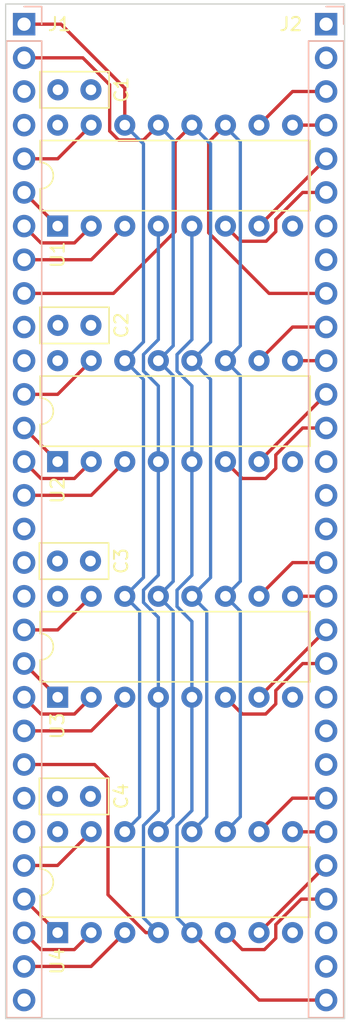
<source format=kicad_pcb>
(kicad_pcb (version 20221018) (generator pcbnew)
  (title_block (title "V501"))
  (layers (0 "F.Cu" signal) (1 "In1.Cu" signal) (2 "In2.Cu" signal) (31 "B.Cu" signal) (34 "B.Paste" user) (35 "F.Paste" user) (36 "B.SilkS" user "B.Silkscreen") (37 "F.SilkS" user "F.Silkscreen") (38 "B.Mask" user) (39 "F.Mask" user) (44 "Edge.Cuts" user))
  (net 0 "")
  (net 1 "VCC")
  (net 2 "GND")
  (net 3 "/J2Bus16")
  (net 4 "/J2Bus17")
  (net 5 "/J2Bus18")
  (net 6 "/J2Bus19")
  (net 7 "/J2Bus20")
  (net 8 "/J2Bus23")
  (net 9 "/J1Bus26")
  (net 10 "/J1Bus22")
  (net 11 "/J1Bus21")
  (net 12 "/J1Bus20")
  (net 13 "/J1Bus19")
  (net 14 "/J1Bus16")
  (net 15 "/J1Bus15")
  (net 16 "/J1Bus14")
  (net 17 "/J1Bus13")
  (net 18 "/J1Bus12")
  (net 19 "/J1Bus8")
  (net 20 "/J1Bus7")
  (net 21 "/J1Bus6")
  (net 22 "/J1Bus5")
  (net 23 "/J2Bus3")
  (net 24 "/J2Bus6")
  (net 25 "/J2Bus5")
  (net 26 "/J2Bus4")
  (net 27 "Rb")
  (net 28 "Ra")
  (net 29 "~{Er}")
  (net 30 "~{Ew}")
  (net 31 "Wb")
  (net 32 "Wa")
  (net 33 "/J2Bus10")
  (net 34 "/J2Bus11")
  (net 35 "/J2Bus12")
  (net 36 "/J2Bus13")
  (net 37 "/J2Bus24")
  (net 38 "/J1Bus29")
  (net 39 "/J1Bus28")
  (net 40 "/J1Bus27")
  (net 41 "/J2Bus25")
  (net 42 "/J2Bus26")
  (net 43 "/J2Bus27")
  (footprint "Capacitor_THT:C_Disc_D5.0mm_W2.5mm_P2.50mm" (layer "F.Cu") (at 112.034 100.33)
    (fp_text reference "C2" (at 4.806 0 90) (layer "F.SilkS"))
    (fp_text value "C_Small" hide)
    (fp_line (start -1.37 -1.37) (end -1.37 1.37) (stroke (width 0.12)) (layer "F.SilkS"))
    (fp_line (start -1.37 -1.37) (end 3.87 -1.37) (stroke (width 0.12)) (layer "F.SilkS"))
    (fp_line (start -1.37 1.37) (end 3.87 1.37) (stroke (width 0.12)) (layer "F.SilkS"))
    (fp_line (start 3.87 -1.37) (end 3.87 1.37) (stroke (width 0.12)) (layer "F.SilkS"))
    (pad "1" thru_hole circle (at 0 0) (size 1.6 1.6) (drill 0.8) (layers "*.Cu" "*.Mask") (net 1 "VCC"))
    (pad "2" thru_hole circle (at 2.5 0) (size 1.6 1.6) (drill 0.8) (layers "*.Cu" "*.Mask") (net 2 "GND"))
  )
  (footprint "Capacitor_THT:C_Disc_D5.0mm_W2.5mm_P2.50mm" (layer "F.Cu") (at 112.034 82.55)
    (fp_text reference "C1" (at 4.806 0 90) (layer "F.SilkS"))
    (fp_text value "C_Small" hide)
    (fp_line (start -1.37 -1.37) (end -1.37 1.37) (stroke (width 0.12)) (layer "F.SilkS"))
    (fp_line (start -1.37 -1.37) (end 3.87 -1.37) (stroke (width 0.12)) (layer "F.SilkS"))
    (fp_line (start -1.37 1.37) (end 3.87 1.37) (stroke (width 0.12)) (layer "F.SilkS"))
    (fp_line (start 3.87 -1.37) (end 3.87 1.37) (stroke (width 0.12)) (layer "F.SilkS"))
    (pad "1" thru_hole circle (at 0 0) (size 1.6 1.6) (drill 0.8) (layers "*.Cu" "*.Mask") (net 1 "VCC"))
    (pad "2" thru_hole circle (at 2.5 0) (size 1.6 1.6) (drill 0.8) (layers "*.Cu" "*.Mask") (net 2 "GND"))
  )
  (footprint "Capacitor_THT:C_Disc_D5.0mm_W2.5mm_P2.50mm" (layer "F.Cu") (at 111.999 118.12)
    (fp_text reference "C3" (at 4.826 0 90) (layer "F.SilkS"))
    (fp_text value "C_Small" hide)
    (fp_line (start -1.37 -1.37) (end -1.37 1.37) (stroke (width 0.12)) (layer "F.SilkS"))
    (fp_line (start -1.37 -1.37) (end 3.87 -1.37) (stroke (width 0.12)) (layer "F.SilkS"))
    (fp_line (start -1.37 1.37) (end 3.87 1.37) (stroke (width 0.12)) (layer "F.SilkS"))
    (fp_line (start 3.87 -1.37) (end 3.87 1.37) (stroke (width 0.12)) (layer "F.SilkS"))
    (pad "1" thru_hole circle (at 0 0) (size 1.6 1.6) (drill 0.8) (layers "*.Cu" "*.Mask") (net 1 "VCC"))
    (pad "2" thru_hole circle (at 2.5 0) (size 1.6 1.6) (drill 0.8) (layers "*.Cu" "*.Mask") (net 2 "GND"))
  )
  (footprint "Package_DIP:DIP-16_W7.62mm" (layer "F.Cu") (at 112.014 92.837 90)
    (fp_text reference "U1" (at -2.159 0 90) (layer "F.SilkS"))
    (fp_text value "74LS670" hide)
    (fp_line (start 1.16 -1.33) (end 1.16 19.11) (stroke (width 0.12)) (layer "F.SilkS"))
    (fp_line (start 1.16 19.11) (end 6.46 19.11) (stroke (width 0.12)) (layer "F.SilkS"))
    (fp_line (start 2.81 -1.33) (end 1.16 -1.33) (stroke (width 0.12)) (layer "F.SilkS"))
    (fp_line (start 6.46 -1.33) (end 4.81 -1.33) (stroke (width 0.12)) (layer "F.SilkS"))
    (fp_line (start 6.46 19.11) (end 6.46 -1.33) (stroke (width 0.12)) (layer "F.SilkS"))
    (fp_arc (start 4.81 -1.33) (mid 3.81 -0.33) (end 2.81 -1.33) (stroke (width 0.12)) (layer "F.SilkS"))
    (pad "1" thru_hole rect (at 0 0 90) (size 1.6 1.6) (drill 0.8) (layers "*.Cu" "*.Mask") (net 21 "/J1Bus6"))
    (pad "2" thru_hole oval (at 0 2.54 90) (size 1.6 1.6) (drill 0.8) (layers "*.Cu" "*.Mask") (net 20 "/J1Bus7"))
    (pad "3" thru_hole oval (at 0 5.08 90) (size 1.6 1.6) (drill 0.8) (layers "*.Cu" "*.Mask") (net 19 "/J1Bus8"))
    (pad "4" thru_hole oval (at 0 7.62 90) (size 1.6 1.6) (drill 0.8) (layers "*.Cu" "*.Mask") (net 27 "Rb"))
    (pad "5" thru_hole oval (at 0 10.16 90) (size 1.6 1.6) (drill 0.8) (layers "*.Cu" "*.Mask") (net 28 "Ra"))
    (pad "6" thru_hole oval (at 0 12.7 90) (size 1.6 1.6) (drill 0.8) (layers "*.Cu" "*.Mask") (net 24 "/J2Bus6"))
    (pad "7" thru_hole oval (at 0 15.24 90) (size 1.6 1.6) (drill 0.8) (layers "*.Cu" "*.Mask") (net 25 "/J2Bus5"))
    (pad "8" thru_hole oval (at 0 17.78 90) (size 1.6 1.6) (drill 0.8) (layers "*.Cu" "*.Mask") (net 2 "GND"))
    (pad "9" thru_hole oval (at 7.62 17.78 90) (size 1.6 1.6) (drill 0.8) (layers "*.Cu" "*.Mask") (net 26 "/J2Bus4"))
    (pad "10" thru_hole oval (at 7.62 15.24 90) (size 1.6 1.6) (drill 0.8) (layers "*.Cu" "*.Mask") (net 23 "/J2Bus3"))
    (pad "11" thru_hole oval (at 7.62 12.7 90) (size 1.6 1.6) (drill 0.8) (layers "*.Cu" "*.Mask") (net 29 "~{Er}"))
    (pad "12" thru_hole oval (at 7.62 10.16 90) (size 1.6 1.6) (drill 0.8) (layers "*.Cu" "*.Mask") (net 30 "~{Ew}"))
    (pad "13" thru_hole oval (at 7.62 7.62 90) (size 1.6 1.6) (drill 0.8) (layers "*.Cu" "*.Mask") (net 31 "Wb"))
    (pad "14" thru_hole oval (at 7.62 5.08 90) (size 1.6 1.6) (drill 0.8) (layers "*.Cu" "*.Mask") (net 32 "Wa"))
    (pad "15" thru_hole oval (at 7.62 2.54 90) (size 1.6 1.6) (drill 0.8) (layers "*.Cu" "*.Mask") (net 22 "/J1Bus5"))
    (pad "16" thru_hole oval (at 7.62 0 90) (size 1.6 1.6) (drill 0.8) (layers "*.Cu" "*.Mask") (net 1 "VCC"))
  )
  (footprint "Package_DIP:DIP-16_W7.62mm" (layer "F.Cu") (at 112.014 146.167 90)
    (fp_text reference "U4" (at -2.159 -0.015 90) (layer "F.SilkS"))
    (fp_text value "74LS670" hide)
    (fp_line (start 1.16 -1.33) (end 1.16 19.11) (stroke (width 0.12)) (layer "F.SilkS"))
    (fp_line (start 1.16 19.11) (end 6.46 19.11) (stroke (width 0.12)) (layer "F.SilkS"))
    (fp_line (start 2.81 -1.33) (end 1.16 -1.33) (stroke (width 0.12)) (layer "F.SilkS"))
    (fp_line (start 6.46 -1.33) (end 4.81 -1.33) (stroke (width 0.12)) (layer "F.SilkS"))
    (fp_line (start 6.46 19.11) (end 6.46 -1.33) (stroke (width 0.12)) (layer "F.SilkS"))
    (fp_arc (start 4.81 -1.33) (mid 3.81 -0.33) (end 2.81 -1.33) (stroke (width 0.12)) (layer "F.SilkS"))
    (pad "1" thru_hole rect (at 0 0 90) (size 1.6 1.6) (drill 0.8) (layers "*.Cu" "*.Mask") (net 40 "/J1Bus27"))
    (pad "2" thru_hole oval (at 0 2.54 90) (size 1.6 1.6) (drill 0.8) (layers "*.Cu" "*.Mask") (net 39 "/J1Bus28"))
    (pad "3" thru_hole oval (at 0 5.08 90) (size 1.6 1.6) (drill 0.8) (layers "*.Cu" "*.Mask") (net 38 "/J1Bus29"))
    (pad "4" thru_hole oval (at 0 7.62 90) (size 1.6 1.6) (drill 0.8) (layers "*.Cu" "*.Mask") (net 27 "Rb"))
    (pad "5" thru_hole oval (at 0 10.16 90) (size 1.6 1.6) (drill 0.8) (layers "*.Cu" "*.Mask") (net 28 "Ra"))
    (pad "6" thru_hole oval (at 0 12.7 90) (size 1.6 1.6) (drill 0.8) (layers "*.Cu" "*.Mask") (net 43 "/J2Bus27"))
    (pad "7" thru_hole oval (at 0 15.24 90) (size 1.6 1.6) (drill 0.8) (layers "*.Cu" "*.Mask") (net 42 "/J2Bus26"))
    (pad "8" thru_hole oval (at 0 17.78 90) (size 1.6 1.6) (drill 0.8) (layers "*.Cu" "*.Mask") (net 2 "GND"))
    (pad "9" thru_hole oval (at 7.62 17.78 90) (size 1.6 1.6) (drill 0.8) (layers "*.Cu" "*.Mask") (net 41 "/J2Bus25"))
    (pad "10" thru_hole oval (at 7.62 15.24 90) (size 1.6 1.6) (drill 0.8) (layers "*.Cu" "*.Mask") (net 37 "/J2Bus24"))
    (pad "11" thru_hole oval (at 7.62 12.7 90) (size 1.6 1.6) (drill 0.8) (layers "*.Cu" "*.Mask") (net 29 "~{Er}"))
    (pad "12" thru_hole oval (at 7.62 10.16 90) (size 1.6 1.6) (drill 0.8) (layers "*.Cu" "*.Mask") (net 30 "~{Ew}"))
    (pad "13" thru_hole oval (at 7.62 7.62 90) (size 1.6 1.6) (drill 0.8) (layers "*.Cu" "*.Mask") (net 31 "Wb"))
    (pad "14" thru_hole oval (at 7.62 5.08 90) (size 1.6 1.6) (drill 0.8) (layers "*.Cu" "*.Mask") (net 32 "Wa"))
    (pad "15" thru_hole oval (at 7.62 2.54 90) (size 1.6 1.6) (drill 0.8) (layers "*.Cu" "*.Mask") (net 9 "/J1Bus26"))
    (pad "16" thru_hole oval (at 7.62 0 90) (size 1.6 1.6) (drill 0.8) (layers "*.Cu" "*.Mask") (net 1 "VCC"))
  )
  (footprint "Package_DIP:DIP-16_W7.62mm" (layer "F.Cu") (at 112.014 110.617 90)
    (fp_text reference "U2" (at -2.159 0 90) (layer "F.SilkS"))
    (fp_text value "74LS670" hide)
    (fp_line (start 1.16 -1.33) (end 1.16 19.11) (stroke (width 0.12)) (layer "F.SilkS"))
    (fp_line (start 1.16 19.11) (end 6.46 19.11) (stroke (width 0.12)) (layer "F.SilkS"))
    (fp_line (start 2.81 -1.33) (end 1.16 -1.33) (stroke (width 0.12)) (layer "F.SilkS"))
    (fp_line (start 6.46 -1.33) (end 4.81 -1.33) (stroke (width 0.12)) (layer "F.SilkS"))
    (fp_line (start 6.46 19.11) (end 6.46 -1.33) (stroke (width 0.12)) (layer "F.SilkS"))
    (fp_arc (start 4.81 -1.33) (mid 3.81 -0.33) (end 2.81 -1.33) (stroke (width 0.12)) (layer "F.SilkS"))
    (pad "1" thru_hole rect (at 0 0 90) (size 1.6 1.6) (drill 0.8) (layers "*.Cu" "*.Mask") (net 17 "/J1Bus13"))
    (pad "2" thru_hole oval (at 0 2.54 90) (size 1.6 1.6) (drill 0.8) (layers "*.Cu" "*.Mask") (net 16 "/J1Bus14"))
    (pad "3" thru_hole oval (at 0 5.08 90) (size 1.6 1.6) (drill 0.8) (layers "*.Cu" "*.Mask") (net 15 "/J1Bus15"))
    (pad "4" thru_hole oval (at 0 7.62 90) (size 1.6 1.6) (drill 0.8) (layers "*.Cu" "*.Mask") (net 27 "Rb"))
    (pad "5" thru_hole oval (at 0 10.16 90) (size 1.6 1.6) (drill 0.8) (layers "*.Cu" "*.Mask") (net 28 "Ra"))
    (pad "6" thru_hole oval (at 0 12.7 90) (size 1.6 1.6) (drill 0.8) (layers "*.Cu" "*.Mask") (net 36 "/J2Bus13"))
    (pad "7" thru_hole oval (at 0 15.24 90) (size 1.6 1.6) (drill 0.8) (layers "*.Cu" "*.Mask") (net 35 "/J2Bus12"))
    (pad "8" thru_hole oval (at 0 17.78 90) (size 1.6 1.6) (drill 0.8) (layers "*.Cu" "*.Mask") (net 2 "GND"))
    (pad "9" thru_hole oval (at 7.62 17.78 90) (size 1.6 1.6) (drill 0.8) (layers "*.Cu" "*.Mask") (net 34 "/J2Bus11"))
    (pad "10" thru_hole oval (at 7.62 15.24 90) (size 1.6 1.6) (drill 0.8) (layers "*.Cu" "*.Mask") (net 33 "/J2Bus10"))
    (pad "11" thru_hole oval (at 7.62 12.7 90) (size 1.6 1.6) (drill 0.8) (layers "*.Cu" "*.Mask") (net 29 "~{Er}"))
    (pad "12" thru_hole oval (at 7.62 10.16 90) (size 1.6 1.6) (drill 0.8) (layers "*.Cu" "*.Mask") (net 30 "~{Ew}"))
    (pad "13" thru_hole oval (at 7.62 7.62 90) (size 1.6 1.6) (drill 0.8) (layers "*.Cu" "*.Mask") (net 31 "Wb"))
    (pad "14" thru_hole oval (at 7.62 5.08 90) (size 1.6 1.6) (drill 0.8) (layers "*.Cu" "*.Mask") (net 32 "Wa"))
    (pad "15" thru_hole oval (at 7.62 2.54 90) (size 1.6 1.6) (drill 0.8) (layers "*.Cu" "*.Mask") (net 18 "/J1Bus12"))
    (pad "16" thru_hole oval (at 7.62 0 90) (size 1.6 1.6) (drill 0.8) (layers "*.Cu" "*.Mask") (net 1 "VCC"))
  )
  (footprint "Capacitor_THT:C_Disc_D5.0mm_W2.5mm_P2.50mm" (layer "F.Cu") (at 111.999 135.88)
    (fp_text reference "C4" (at 4.826 0 90) (layer "F.SilkS"))
    (fp_text value "C_Small" hide)
    (fp_line (start -1.37 -1.37) (end -1.37 1.37) (stroke (width 0.12)) (layer "F.SilkS"))
    (fp_line (start -1.37 -1.37) (end 3.87 -1.37) (stroke (width 0.12)) (layer "F.SilkS"))
    (fp_line (start -1.37 1.37) (end 3.87 1.37) (stroke (width 0.12)) (layer "F.SilkS"))
    (fp_line (start 3.87 -1.37) (end 3.87 1.37) (stroke (width 0.12)) (layer "F.SilkS"))
    (pad "1" thru_hole circle (at 0 0) (size 1.6 1.6) (drill 0.8) (layers "*.Cu" "*.Mask") (net 1 "VCC"))
    (pad "2" thru_hole circle (at 2.5 0) (size 1.6 1.6) (drill 0.8) (layers "*.Cu" "*.Mask") (net 2 "GND"))
  )
  (footprint "Package_DIP:DIP-16_W7.62mm" (layer "F.Cu") (at 112.014 128.397 90)
    (fp_text reference "U3" (at -2.169 -0.015 90) (layer "F.SilkS"))
    (fp_text value "74LS670" hide)
    (fp_line (start 1.16 -1.33) (end 1.16 19.11) (stroke (width 0.12)) (layer "F.SilkS"))
    (fp_line (start 1.16 19.11) (end 6.46 19.11) (stroke (width 0.12)) (layer "F.SilkS"))
    (fp_line (start 2.81 -1.33) (end 1.16 -1.33) (stroke (width 0.12)) (layer "F.SilkS"))
    (fp_line (start 6.46 -1.33) (end 4.81 -1.33) (stroke (width 0.12)) (layer "F.SilkS"))
    (fp_line (start 6.46 19.11) (end 6.46 -1.33) (stroke (width 0.12)) (layer "F.SilkS"))
    (fp_arc (start 4.81 -1.33) (mid 3.81 -0.33) (end 2.81 -1.33) (stroke (width 0.12)) (layer "F.SilkS"))
    (pad "1" thru_hole rect (at 0 0 90) (size 1.6 1.6) (drill 0.8) (layers "*.Cu" "*.Mask") (net 12 "/J1Bus20"))
    (pad "2" thru_hole oval (at 0 2.54 90) (size 1.6 1.6) (drill 0.8) (layers "*.Cu" "*.Mask") (net 11 "/J1Bus21"))
    (pad "3" thru_hole oval (at 0 5.08 90) (size 1.6 1.6) (drill 0.8) (layers "*.Cu" "*.Mask") (net 10 "/J1Bus22"))
    (pad "4" thru_hole oval (at 0 7.62 90) (size 1.6 1.6) (drill 0.8) (layers "*.Cu" "*.Mask") (net 27 "Rb"))
    (pad "5" thru_hole oval (at 0 10.16 90) (size 1.6 1.6) (drill 0.8) (layers "*.Cu" "*.Mask") (net 28 "Ra"))
    (pad "6" thru_hole oval (at 0 12.7 90) (size 1.6 1.6) (drill 0.8) (layers "*.Cu" "*.Mask") (net 7 "/J2Bus20"))
    (pad "7" thru_hole oval (at 0 15.24 90) (size 1.6 1.6) (drill 0.8) (layers "*.Cu" "*.Mask") (net 6 "/J2Bus19"))
    (pad "8" thru_hole oval (at 0 17.78 90) (size 1.6 1.6) (drill 0.8) (layers "*.Cu" "*.Mask") (net 2 "GND"))
    (pad "9" thru_hole oval (at 7.62 17.78 90) (size 1.6 1.6) (drill 0.8) (layers "*.Cu" "*.Mask") (net 5 "/J2Bus18"))
    (pad "10" thru_hole oval (at 7.62 15.24 90) (size 1.6 1.6) (drill 0.8) (layers "*.Cu" "*.Mask") (net 4 "/J2Bus17"))
    (pad "11" thru_hole oval (at 7.62 12.7 90) (size 1.6 1.6) (drill 0.8) (layers "*.Cu" "*.Mask") (net 29 "~{Er}"))
    (pad "12" thru_hole oval (at 7.62 10.16 90) (size 1.6 1.6) (drill 0.8) (layers "*.Cu" "*.Mask") (net 30 "~{Ew}"))
    (pad "13" thru_hole oval (at 7.62 7.62 90) (size 1.6 1.6) (drill 0.8) (layers "*.Cu" "*.Mask") (net 31 "Wb"))
    (pad "14" thru_hole oval (at 7.62 5.08 90) (size 1.6 1.6) (drill 0.8) (layers "*.Cu" "*.Mask") (net 32 "Wa"))
    (pad "15" thru_hole oval (at 7.62 2.54 90) (size 1.6 1.6) (drill 0.8) (layers "*.Cu" "*.Mask") (net 13 "/J1Bus19"))
    (pad "16" thru_hole oval (at 7.62 0 90) (size 1.6 1.6) (drill 0.8) (layers "*.Cu" "*.Mask") (net 1 "VCC"))
  )
  (footprint "Connector_PinHeader_2.54mm:PinHeader_1x30_P2.54mm_Vertical" (layer "B.Cu") (at 109.474 77.597 180)
    (fp_text reference "J1" (at -2.667 0) (layer "F.SilkS"))
    (fp_text value "Conn_01x30_Pin" hide)
    (fp_line (start -1.33 -74.99) (end 1.33 -74.99) (stroke (width 0.12)) (layer "B.SilkS"))
    (fp_line (start -1.33 -1.27) (end -1.33 -74.99) (stroke (width 0.12)) (layer "B.SilkS"))
    (fp_line (start -1.33 -1.27) (end 1.33 -1.27) (stroke (width 0.12)) (layer "B.SilkS"))
    (fp_line (start -1.33 0) (end -1.33 1.33) (stroke (width 0.12)) (layer "B.SilkS"))
    (fp_line (start -1.33 1.33) (end 0 1.33) (stroke (width 0.12)) (layer "B.SilkS"))
    (fp_line (start 1.33 -1.27) (end 1.33 -74.99) (stroke (width 0.12)) (layer "B.SilkS"))
    (pad "1" thru_hole rect (at 0 0 180) (size 1.7 1.7) (drill 1) (layers "*.Cu" "*.Mask") (net 32 "Wa"))
    (pad "2" thru_hole oval (at 0 -2.54 180) (size 1.7 1.7) (drill 1) (layers "*.Cu" "*.Mask") (net 31 "Wb"))
    (pad "3" thru_hole oval (at 0 -5.08 180) (size 1.7 1.7) (drill 1) (layers "*.Cu" "*.Mask") (net 1 "VCC"))
    (pad "4" thru_hole oval (at 0 -7.62 180) (size 1.7 1.7) (drill 1) (layers "*.Cu" "*.Mask") (net 1 "VCC"))
    (pad "5" thru_hole oval (at 0 -10.16 180) (size 1.7 1.7) (drill 1) (layers "*.Cu" "*.Mask") (net 22 "/J1Bus5"))
    (pad "6" thru_hole oval (at 0 -12.7 180) (size 1.7 1.7) (drill 1) (layers "*.Cu" "*.Mask") (net 21 "/J1Bus6"))
    (pad "7" thru_hole oval (at 0 -15.24 180) (size 1.7 1.7) (drill 1) (layers "*.Cu" "*.Mask") (net 20 "/J1Bus7"))
    (pad "8" thru_hole oval (at 0 -17.78 180) (size 1.7 1.7) (drill 1) (layers "*.Cu" "*.Mask") (net 19 "/J1Bus8"))
    (pad "9" thru_hole oval (at 0 -20.32 180) (size 1.7 1.7) (drill 1) (layers "*.Cu" "*.Mask") (net 30 "~{Ew}"))
    (pad "10" thru_hole oval (at 0 -22.86 180) (size 1.7 1.7) (drill 1) (layers "*.Cu" "*.Mask") (net 1 "VCC"))
    (pad "11" thru_hole oval (at 0 -25.4 180) (size 1.7 1.7) (drill 1) (layers "*.Cu" "*.Mask") (net 1 "VCC"))
    (pad "12" thru_hole oval (at 0 -27.94 180) (size 1.7 1.7) (drill 1) (layers "*.Cu" "*.Mask") (net 18 "/J1Bus12"))
    (pad "13" thru_hole oval (at 0 -30.48 180) (size 1.7 1.7) (drill 1) (layers "*.Cu" "*.Mask") (net 17 "/J1Bus13"))
    (pad "14" thru_hole oval (at 0 -33.02 180) (size 1.7 1.7) (drill 1) (layers "*.Cu" "*.Mask") (net 16 "/J1Bus14"))
    (pad "15" thru_hole oval (at 0 -35.56 180) (size 1.7 1.7) (drill 1) (layers "*.Cu" "*.Mask") (net 15 "/J1Bus15"))
    (pad "16" thru_hole oval (at 0 -38.1 180) (size 1.7 1.7) (drill 1) (layers "*.Cu" "*.Mask") (net 14 "/J1Bus16"))
    (pad "17" thru_hole oval (at 0 -40.64 180) (size 1.7 1.7) (drill 1) (layers "*.Cu" "*.Mask") (net 1 "VCC"))
    (pad "18" thru_hole oval (at 0 -43.18 180) (size 1.7 1.7) (drill 1) (layers "*.Cu" "*.Mask") (net 1 "VCC"))
    (pad "19" thru_hole oval (at 0 -45.72 180) (size 1.7 1.7) (drill 1) (layers "*.Cu" "*.Mask") (net 13 "/J1Bus19"))
    (pad "20" thru_hole oval (at 0 -48.26 180) (size 1.7 1.7) (drill 1) (layers "*.Cu" "*.Mask") (net 12 "/J1Bus20"))
    (pad "21" thru_hole oval (at 0 -50.8 180) (size 1.7 1.7) (drill 1) (layers "*.Cu" "*.Mask") (net 11 "/J1Bus21"))
    (pad "22" thru_hole oval (at 0 -53.34 180) (size 1.7 1.7) (drill 1) (layers "*.Cu" "*.Mask") (net 10 "/J1Bus22"))
    (pad "23" thru_hole oval (at 0 -55.88 180) (size 1.7 1.7) (drill 1) (layers "*.Cu" "*.Mask") (net 27 "Rb"))
    (pad "24" thru_hole oval (at 0 -58.42 180) (size 1.7 1.7) (drill 1) (layers "*.Cu" "*.Mask") (net 1 "VCC"))
    (pad "25" thru_hole oval (at 0 -60.96 180) (size 1.7 1.7) (drill 1) (layers "*.Cu" "*.Mask") (net 1 "VCC"))
    (pad "26" thru_hole oval (at 0 -63.5 180) (size 1.7 1.7) (drill 1) (layers "*.Cu" "*.Mask") (net 9 "/J1Bus26"))
    (pad "27" thru_hole oval (at 0 -66.04 180) (size 1.7 1.7) (drill 1) (layers "*.Cu" "*.Mask") (net 40 "/J1Bus27"))
    (pad "28" thru_hole oval (at 0 -68.58 180) (size 1.7 1.7) (drill 1) (layers "*.Cu" "*.Mask") (net 39 "/J1Bus28"))
    (pad "29" thru_hole oval (at 0 -71.12 180) (size 1.7 1.7) (drill 1) (layers "*.Cu" "*.Mask") (net 38 "/J1Bus29"))
    (pad "30" thru_hole oval (at 0 -73.66 180) (size 1.7 1.7) (drill 1) (layers "*.Cu" "*.Mask") (net 1 "VCC"))
  )
  (footprint "Connector_PinHeader_2.54mm:PinHeader_1x30_P2.54mm_Vertical" (layer "B.Cu") (at 132.334 77.597 180)
    (fp_text reference "J2" (at 2.667 0) (layer "F.SilkS"))
    (fp_text value "Conn_01x30_Pin" hide)
    (fp_line (start -1.33 -74.99) (end 1.33 -74.99) (stroke (width 0.12)) (layer "B.SilkS"))
    (fp_line (start -1.33 -1.27) (end -1.33 -74.99) (stroke (width 0.12)) (layer "B.SilkS"))
    (fp_line (start -1.33 -1.27) (end 1.33 -1.27) (stroke (width 0.12)) (layer "B.SilkS"))
    (fp_line (start -1.33 0) (end -1.33 1.33) (stroke (width 0.12)) (layer "B.SilkS"))
    (fp_line (start -1.33 1.33) (end 0 1.33) (stroke (width 0.12)) (layer "B.SilkS"))
    (fp_line (start 1.33 -1.27) (end 1.33 -74.99) (stroke (width 0.12)) (layer "B.SilkS"))
    (pad "1" thru_hole rect (at 0 0 180) (size 1.7 1.7) (drill 1) (layers "*.Cu" "*.Mask") (net 2 "GND"))
    (pad "2" thru_hole oval (at 0 -2.54 180) (size 1.7 1.7) (drill 1) (layers "*.Cu" "*.Mask") (net 2 "GND"))
    (pad "3" thru_hole oval (at 0 -5.08 180) (size 1.7 1.7) (drill 1) (layers "*.Cu" "*.Mask") (net 23 "/J2Bus3"))
    (pad "4" thru_hole oval (at 0 -7.62 180) (size 1.7 1.7) (drill 1) (layers "*.Cu" "*.Mask") (net 26 "/J2Bus4"))
    (pad "5" thru_hole oval (at 0 -10.16 180) (size 1.7 1.7) (drill 1) (layers "*.Cu" "*.Mask") (net 25 "/J2Bus5"))
    (pad "6" thru_hole oval (at 0 -12.7 180) (size 1.7 1.7) (drill 1) (layers "*.Cu" "*.Mask") (net 24 "/J2Bus6"))
    (pad "7" thru_hole oval (at 0 -15.24 180) (size 1.7 1.7) (drill 1) (layers "*.Cu" "*.Mask") (net 2 "GND"))
    (pad "8" thru_hole oval (at 0 -17.78 180) (size 1.7 1.7) (drill 1) (layers "*.Cu" "*.Mask") (net 2 "GND"))
    (pad "9" thru_hole oval (at 0 -20.32 180) (size 1.7 1.7) (drill 1) (layers "*.Cu" "*.Mask") (net 29 "~{Er}"))
    (pad "10" thru_hole oval (at 0 -22.86 180) (size 1.7 1.7) (drill 1) (layers "*.Cu" "*.Mask") (net 33 "/J2Bus10"))
    (pad "11" thru_hole oval (at 0 -25.4 180) (size 1.7 1.7) (drill 1) (layers "*.Cu" "*.Mask") (net 34 "/J2Bus11"))
    (pad "12" thru_hole oval (at 0 -27.94 180) (size 1.7 1.7) (drill 1) (layers "*.Cu" "*.Mask") (net 35 "/J2Bus12"))
    (pad "13" thru_hole oval (at 0 -30.48 180) (size 1.7 1.7) (drill 1) (layers "*.Cu" "*.Mask") (net 36 "/J2Bus13"))
    (pad "14" thru_hole oval (at 0 -33.02 180) (size 1.7 1.7) (drill 1) (layers "*.Cu" "*.Mask") (net 2 "GND"))
    (pad "15" thru_hole oval (at 0 -35.56 180) (size 1.7 1.7) (drill 1) (layers "*.Cu" "*.Mask") (net 2 "GND"))
    (pad "16" thru_hole oval (at 0 -38.1 180) (size 1.7 1.7) (drill 1) (layers "*.Cu" "*.Mask") (net 3 "/J2Bus16"))
    (pad "17" thru_hole oval (at 0 -40.64 180) (size 1.7 1.7) (drill 1) (layers "*.Cu" "*.Mask") (net 4 "/J2Bus17"))
    (pad "18" thru_hole oval (at 0 -43.18 180) (size 1.7 1.7) (drill 1) (layers "*.Cu" "*.Mask") (net 5 "/J2Bus18"))
    (pad "19" thru_hole oval (at 0 -45.72 180) (size 1.7 1.7) (drill 1) (layers "*.Cu" "*.Mask") (net 6 "/J2Bus19"))
    (pad "20" thru_hole oval (at 0 -48.26 180) (size 1.7 1.7) (drill 1) (layers "*.Cu" "*.Mask") (net 7 "/J2Bus20"))
    (pad "21" thru_hole oval (at 0 -50.8 180) (size 1.7 1.7) (drill 1) (layers "*.Cu" "*.Mask") (net 2 "GND"))
    (pad "22" thru_hole oval (at 0 -53.34 180) (size 1.7 1.7) (drill 1) (layers "*.Cu" "*.Mask") (net 2 "GND"))
    (pad "23" thru_hole oval (at 0 -55.88 180) (size 1.7 1.7) (drill 1) (layers "*.Cu" "*.Mask") (net 8 "/J2Bus23"))
    (pad "24" thru_hole oval (at 0 -58.42 180) (size 1.7 1.7) (drill 1) (layers "*.Cu" "*.Mask") (net 37 "/J2Bus24"))
    (pad "25" thru_hole oval (at 0 -60.96 180) (size 1.7 1.7) (drill 1) (layers "*.Cu" "*.Mask") (net 41 "/J2Bus25"))
    (pad "26" thru_hole oval (at 0 -63.5 180) (size 1.7 1.7) (drill 1) (layers "*.Cu" "*.Mask") (net 42 "/J2Bus26"))
    (pad "27" thru_hole oval (at 0 -66.04 180) (size 1.7 1.7) (drill 1) (layers "*.Cu" "*.Mask") (net 43 "/J2Bus27"))
    (pad "28" thru_hole oval (at 0 -68.58 180) (size 1.7 1.7) (drill 1) (layers "*.Cu" "*.Mask") (net 2 "GND"))
    (pad "29" thru_hole oval (at 0 -71.12 180) (size 1.7 1.7) (drill 1) (layers "*.Cu" "*.Mask") (net 2 "GND"))
    (pad "30" thru_hole oval (at 0 -73.66 180) (size 1.7 1.7) (drill 1) (layers "*.Cu" "*.Mask") (net 28 "Ra"))
  )
  (gr_rect (start 108.077 76.073) (end 133.731 152.654) (stroke (width 0.1)) (fill none) (layer "Edge.Cuts"))
  (segment (start 132.334 118.237) (end 129.794 118.237) (width 0.25) (layer "F.Cu") (net 4))
  (segment (start 129.794 118.237) (end 127.254 120.777) (width 0.25) (layer "F.Cu") (net 4))
  (segment (start 132.334 120.777) (end 129.794 120.777) (width 0.25) (layer "F.Cu") (net 5))
  (segment (start 132.334 123.317) (end 127.254 128.397) (width 0.25) (layer "F.Cu") (net 6))
  (segment (start 128.524 127.889) (end 128.524 128.905) (width 0.25) (layer "F.Cu") (net 7))
  (segment (start 132.334 125.857) (end 130.556 125.857) (width 0.25) (layer "F.Cu") (net 7))
  (segment (start 128.524 128.905) (end 127.762 129.667) (width 0.25) (layer "F.Cu") (net 7))
  (segment (start 127.762 129.667) (end 125.984 129.667) (width 0.25) (layer "F.Cu") (net 7))
  (segment (start 130.556 125.857) (end 128.524 127.889) (width 0.25) (layer "F.Cu") (net 7))
  (segment (start 125.984 129.667) (end 124.714 128.397) (width 0.25) (layer "F.Cu") (net 7))
  (segment (start 109.474 141.097) (end 112.004 141.097) (width 0.25) (layer "F.Cu") (net 9))
  (segment (start 112.004 141.097) (end 114.554 138.547) (width 0.25) (layer "F.Cu") (net 9))
  (segment (start 109.474 130.937) (end 114.554 130.937) (width 0.25) (layer "F.Cu") (net 10))
  (segment (start 114.554 130.937) (end 117.094 128.397) (width 0.25) (layer "F.Cu") (net 10))
  (segment (start 110.744 129.667) (end 113.284 129.667) (width 0.25) (layer "F.Cu") (net 11))
  (segment (start 109.474 128.397) (end 110.744 129.667) (width 0.25) (layer "F.Cu") (net 11))
  (segment (start 113.284 129.667) (end 114.554 128.397) (width 0.25) (layer "F.Cu") (net 11))
  (segment (start 109.474 125.857) (end 112.014 128.397) (width 0.25) (layer "F.Cu") (net 12))
  (segment (start 112.014 123.317) (end 114.554 120.777) (width 0.25) (layer "F.Cu") (net 13))
  (segment (start 109.474 123.317) (end 112.014 123.317) (width 0.25) (layer "F.Cu") (net 13))
  (segment (start 114.554 113.157) (end 117.094 110.617) (width 0.25) (layer "F.Cu") (net 15))
  (segment (start 109.474 113.157) (end 114.554 113.157) (width 0.25) (layer "F.Cu") (net 15))
  (segment (start 113.284 111.887) (end 114.554 110.617) (width 0.25) (layer "F.Cu") (net 16))
  (segment (start 110.744 111.887) (end 113.284 111.887) (width 0.25) (layer "F.Cu") (net 16))
  (segment (start 109.474 110.617) (end 110.744 111.887) (width 0.25) (layer "F.Cu") (net 16))
  (segment (start 109.474 108.077) (end 112.014 110.617) (width 0.25) (layer "F.Cu") (net 17))
  (segment (start 112.014 105.537) (end 114.554 102.997) (width 0.25) (layer "F.Cu") (net 18))
  (segment (start 109.474 105.537) (end 112.014 105.537) (width 0.25) (layer "F.Cu") (net 18))
  (segment (start 109.474 95.377) (end 114.554 95.377) (width 0.25) (layer "F.Cu") (net 19))
  (segment (start 114.554 95.377) (end 117.094 92.837) (width 0.25) (layer "F.Cu") (net 19))
  (segment (start 113.284 94.107) (end 114.554 92.837) (width 0.25) (layer "F.Cu") (net 20))
  (segment (start 109.474 92.837) (end 110.744 94.107) (width 0.25) (layer "F.Cu") (net 20))
  (segment (start 110.744 94.107) (end 113.284 94.107) (width 0.25) (layer "F.Cu") (net 20))
  (segment (start 109.474 90.297) (end 112.014 92.837) (width 0.25) (layer "F.Cu") (net 21))
  (segment (start 109.474 87.757) (end 112.014 87.757) (width 0.25) (layer "F.Cu") (net 22))
  (segment (start 112.014 87.757) (end 114.554 85.217) (width 0.25) (layer "F.Cu") (net 22))
  (segment (start 129.794 82.677) (end 127.254 85.217) (width 0.25) (layer "F.Cu") (net 23))
  (segment (start 132.334 82.677) (end 129.794 82.677) (width 0.25) (layer "F.Cu") (net 23))
  (segment (start 132.334 90.297) (end 130.556 90.297) (width 0.25) (layer "F.Cu") (net 24))
  (segment (start 130.556 90.297) (end 128.524 92.329) (width 0.25) (layer "F.Cu") (net 24))
  (segment (start 128.524 92.329) (end 128.524 93.251495) (width 0.25) (layer "F.Cu") (net 24))
  (segment (start 128.524 93.251495) (end 127.795495 93.98) (width 0.25) (layer "F.Cu") (net 24))
  (segment (start 125.857 93.98) (end 124.714 92.837) (width 0.25) (layer "F.Cu") (net 24))
  (segment (start 127.795495 93.98) (end 125.857 93.98) (width 0.25) (layer "F.Cu") (net 24))
  (segment (start 132.334 87.757) (end 127.254 92.837) (width 0.25) (layer "F.Cu") (net 25))
  (segment (start 132.334 85.217) (end 129.794 85.217) (width 0.25) (layer "F.Cu") (net 26))
  (segment (start 115.824 134.493) (end 114.808 133.477) (width 0.25) (layer "F.Cu") (net 27))
  (segment (start 114.808 133.477) (end 109.474 133.477) (width 0.25) (layer "F.Cu") (net 27))
  (segment (start 118.684991 146.167) (end 115.824 143.306009) (width 0.25) (layer "F.Cu") (net 27))
  (segment (start 119.634 146.167) (end 118.684991 146.167) (width 0.25) (layer "F.Cu") (net 27))
  (segment (start 115.824 143.306009) (end 115.824 134.493) (width 0.25) (layer "F.Cu") (net 27))
  (segment (start 119.634 101.406009) (end 118.509 102.531009) (width 0.25) (layer "B.Cu") (net 27))
  (segment (start 119.634 104.900604) (end 119.634 110.617) (width 0.25) (layer "B.Cu") (net 27))
  (segment (start 118.509 103.775604) (end 119.634 104.900604) (width 0.25) (layer "B.Cu") (net 27))
  (segment (start 118.509 121.242991) (end 119.634 122.367991) (width 0.25) (layer "B.Cu") (net 27))
  (segment (start 118.509 120.311009) (end 118.509 121.242991) (width 0.25) (layer "B.Cu") (net 27))
  (segment (start 118.509 138.081009) (end 118.509 145.042) (width 0.25) (layer "B.Cu") (net 27))
  (segment (start 119.634 110.617) (end 119.634 119.186009) (width 0.25) (layer "B.Cu") (net 27))
  (segment (start 119.634 119.186009) (end 118.509 120.311009) (width 0.25) (layer "B.Cu") (net 27))
  (segment (start 119.634 122.367991) (end 119.634 128.397) (width 0.25) (layer "B.Cu") (net 27))
  (segment (start 119.634 92.837) (end 119.634 101.406009) (width 0.25) (layer "B.Cu") (net 27))
  (segment (start 118.509 145.042) (end 119.634 146.167) (width 0.25) (layer "B.Cu") (net 27))
  (segment (start 118.509 102.531009) (end 118.509 103.775604) (width 0.25) (layer "B.Cu") (net 27))
  (segment (start 119.634 128.397) (end 119.634 136.956009) (width 0.25) (layer "B.Cu") (net 27))
  (segment (start 119.634 136.956009) (end 118.509 138.081009) (width 0.25) (layer "B.Cu") (net 27))
  (segment (start 132.334 151.257) (end 127.264 151.257) (width 0.25) (layer "F.Cu") (net 28))
  (segment (start 127.264 151.257) (end 122.174 146.167) (width 0.25) (layer "F.Cu") (net 28))
  (segment (start 122.174 128.397) (end 122.174 136.956009) (width 0.25) (layer "B.Cu") (net 28))
  (segment (start 122.174 136.956009) (end 121.049 138.081009) (width 0.25) (layer "B.Cu") (net 28))
  (segment (start 122.174 110.617) (end 122.174 119.186009) (width 0.25) (layer "B.Cu") (net 28))
  (segment (start 122.174 119.186009) (end 121.049 120.311009) (width 0.25) (layer "B.Cu") (net 28))
  (segment (start 121.049 102.531009) (end 121.049 103.775604) (width 0.25) (layer "B.Cu") (net 28))
  (segment (start 121.049 145.042) (end 122.174 146.167) (width 0.25) (layer "B.Cu") (net 28))
  (segment (start 122.174 104.900604) (end 122.174 110.617) (width 0.25) (layer "B.Cu") (net 28))
  (segment (start 121.049 103.775604) (end 122.174 104.900604) (width 0.25) (layer "B.Cu") (net 28))
  (segment (start 121.049 120.311009) (end 121.049 121.555604) (width 0.25) (layer "B.Cu") (net 28))
  (segment (start 121.049 121.555604) (end 122.174 122.680604) (width 0.25) (layer "B.Cu") (net 28))
  (segment (start 122.174 122.680604) (end 122.174 128.397) (width 0.25) (layer "B.Cu") (net 28))
  (segment (start 121.049 138.081009) (end 121.049 145.042) (width 0.25) (layer "B.Cu") (net 28))
  (segment (start 122.174 101.406009) (end 121.049 102.531009) (width 0.25) (layer "B.Cu") (net 28))
  (segment (start 122.174 92.837) (end 122.174 101.406009) (width 0.25) (layer "B.Cu") (net 28))
  (segment (start 123.444 86.487) (end 124.714 85.217) (width 0.25) (layer "F.Cu") (net 29))
  (segment (start 128.016 97.917) (end 123.444 93.345) (width 0.25) (layer "F.Cu") (net 29))
  (segment (start 123.444 93.345) (end 123.444 86.487) (width 0.25) (layer "F.Cu") (net 29))
  (segment (start 132.334 97.917) (end 128.016 97.917) (width 0.25) (layer "F.Cu") (net 29))
  (segment (start 124.714 85.217) (end 124.587 85.217) (width 0.25) (layer "B.Cu") (net 29))
  (segment (start 125.839 121.902) (end 125.839 137.422) (width 0.25) (layer "B.Cu") (net 29))
  (segment (start 124.587 85.217) (end 125.839 86.469) (width 0.25) (layer "B.Cu") (net 29))
  (segment (start 125.839 86.469) (end 125.839 101.872) (width 0.25) (layer "B.Cu") (net 29))
  (segment (start 125.839 119.652) (end 124.714 120.777) (width 0.25) (layer "B.Cu") (net 29))
  (segment (start 124.714 102.997) (end 125.839 104.122) (width 0.25) (layer "B.Cu") (net 29))
  (segment (start 125.839 101.872) (end 124.714 102.997) (width 0.25) (layer "B.Cu") (net 29))
  (segment (start 125.839 137.422) (end 124.714 138.547) (width 0.25) (layer "B.Cu") (net 29))
  (segment (start 124.714 120.777) (end 125.839 121.902) (width 0.25) (layer "B.Cu") (net 29))
  (segment (start 125.839 104.122) (end 125.839 119.652) (width 0.25) (layer "B.Cu") (net 29))
  (segment (start 116.238496 97.917) (end 120.904 93.251496) (width 0.25) (layer "F.Cu") (net 30))
  (segment (start 120.904 86.487) (end 122.174 85.217) (width 0.25) (layer "F.Cu") (net 30))
  (segment (start 120.904 93.251496) (end 120.904 86.487) (width 0.25) (layer "F.Cu") (net 30))
  (segment (start 109.474 97.917) (end 116.238496 97.917) (width 0.25) (layer "F.Cu") (net 30))
  (segment (start 122.174 120.777) (end 123.299 121.902) (width 0.25) (layer "B.Cu") (net 30))
  (segment (start 123.589 86.632) (end 123.589 101.582) (width 0.25) (layer "B.Cu") (net 30))
  (segment (start 123.299 137.422) (end 122.174 138.547) (width 0.25) (layer "B.Cu") (net 30))
  (segment (start 122.174 85.217) (end 123.589 86.632) (width 0.25) (layer "B.Cu") (net 30))
  (segment (start 123.299 121.902) (end 123.299 137.422) (width 0.25) (layer "B.Cu") (net 30))
  (segment (start 122.174 102.997) (end 123.589 104.412) (width 0.25) (layer "B.Cu") (net 30))
  (segment (start 123.589 104.412) (end 123.589 119.362) (width 0.25) (layer "B.Cu") (net 30))
  (segment (start 123.589 101.582) (end 122.174 102.997) (width 0.25) (layer "B.Cu") (net 30))
  (segment (start 123.589 119.362) (end 122.174 120.777) (width 0.25) (layer "B.Cu") (net 30))
  (segment (start 118.509 86.342) (end 119.634 85.217) (width 0.25) (layer "F.Cu") (net 31))
  (segment (start 116.628009 86.342) (end 118.509 86.342) (width 0.25) (layer "F.Cu") (net 31))
  (segment (start 115.951 82.169) (end 115.951 85.664991) (width 0.25) (layer "F.Cu") (net 31))
  (segment (start 109.474 80.137) (end 113.919 80.137) (width 0.25) (layer "F.Cu") (net 31))
  (segment (start 113.919 80.137) (end 115.951 82.169) (width 0.25) (layer "F.Cu") (net 31))
  (segment (start 115.951 85.664991) (end 116.628009 86.342) (width 0.25) (layer "F.Cu") (net 31))
  (segment (start 120.759 121.902) (end 120.759 137.422) (width 0.25) (layer "B.Cu") (net 31))
  (segment (start 119.634 120.777) (end 120.759 121.902) (width 0.25) (layer "B.Cu") (net 31))
  (segment (start 119.634 102.997) (end 120.759 104.122) (width 0.25) (layer "B.Cu") (net 31))
  (segment (start 120.759 137.422) (end 119.634 138.547) (width 0.25) (layer "B.Cu") (net 31))
  (segment (start 120.759 101.872) (end 119.634 102.997) (width 0.25) (layer "B.Cu") (net 31))
  (segment (start 120.759 86.342) (end 120.759 101.872) (width 0.25) (layer "B.Cu") (net 31))
  (segment (start 119.634 85.217) (end 120.759 86.342) (width 0.25) (layer "B.Cu") (net 31))
  (segment (start 120.759 119.652) (end 119.634 120.777) (width 0.25) (layer "B.Cu") (net 31))
  (segment (start 120.759 104.122) (end 120.759 119.652) (width 0.25) (layer "B.Cu") (net 31))
  (segment (start 112.268 77.597) (end 117.094 82.423) (width 0.25) (layer "F.Cu") (net 32))
  (segment (start 117.094 82.423) (end 117.094 85.217) (width 0.25) (layer "F.Cu") (net 32))
  (segment (start 109.474 77.597) (end 112.268 77.597) (width 0.25) (layer "F.Cu") (net 32))
  (segment (start 118.219 121.902) (end 118.219 137.422) (width 0.25) (layer "B.Cu") (net 32))
  (segment (start 117.094 85.217) (end 118.509 86.632) (width 0.25) (layer "B.Cu") (net 32))
  (segment (start 118.219 137.422) (end 117.094 138.547) (width 0.25) (layer "B.Cu") (net 32))
  (segment (start 118.509 86.632) (end 118.509 101.582) (width 0.25) (layer "B.Cu") (net 32))
  (segment (start 118.509 119.362) (end 117.094 120.777) (width 0.25) (layer "B.Cu") (net 32))
  (segment (start 117.094 120.777) (end 118.219 121.902) (width 0.25) (layer "B.Cu") (net 32))
  (segment (start 118.509 104.412) (end 118.509 119.362) (width 0.25) (layer "B.Cu") (net 32))
  (segment (start 118.509 101.582) (end 117.094 102.997) (width 0.25) (layer "B.Cu") (net 32))
  (segment (start 117.094 102.997) (end 118.509 104.412) (width 0.25) (layer "B.Cu") (net 32))
  (segment (start 132.334 100.457) (end 129.794 100.457) (width 0.25) (layer "F.Cu") (net 33))
  (segment (start 129.794 100.457) (end 127.254 102.997) (width 0.25) (layer "F.Cu") (net 33))
  (segment (start 132.334 102.997) (end 129.794 102.997) (width 0.25) (layer "F.Cu") (net 34))
  (segment (start 132.334 105.537) (end 127.254 110.617) (width 0.25) (layer "F.Cu") (net 35))
  (segment (start 128.524 111.125) (end 127.762 111.887) (width 0.25) (layer "F.Cu") (net 36))
  (segment (start 127.762 111.887) (end 125.984 111.887) (width 0.25) (layer "F.Cu") (net 36))
  (segment (start 128.524 110.109) (end 128.524 111.125) (width 0.25) (layer "F.Cu") (net 36))
  (segment (start 132.334 108.077) (end 130.556 108.077) (width 0.25) (layer "F.Cu") (net 36))
  (segment (start 130.556 108.077) (end 128.524 110.109) (width 0.25) (layer "F.Cu") (net 36))
  (segment (start 125.984 111.887) (end 124.714 110.617) (width 0.25) (layer "F.Cu") (net 36))
  (segment (start 129.784 136.017) (end 127.254 138.547) (width 0.25) (layer "F.Cu") (net 37))
  (segment (start 132.334 136.017) (end 129.784 136.017) (width 0.25) (layer "F.Cu") (net 37))
  (segment (start 109.474 148.717) (end 114.544 148.717) (width 0.25) (layer "F.Cu") (net 38))
  (segment (start 114.544 148.717) (end 117.094 146.167) (width 0.25) (layer "F.Cu") (net 38))
  (segment (start 113.274 147.447) (end 114.554 146.167) (width 0.25) (layer "F.Cu") (net 39))
  (segment (start 109.474 146.177) (end 110.744 147.447) (width 0.25) (layer "F.Cu") (net 39))
  (segment (start 110.744 147.447) (end 113.274 147.447) (width 0.25) (layer "F.Cu") (net 39))
  (segment (start 109.474 143.637) (end 112.004 146.167) (width 0.25) (layer "F.Cu") (net 40))
  (segment (start 112.004 146.167) (end 112.014 146.167) (width 0.25) (layer "F.Cu") (net 40))
  (segment (start 132.334 138.557) (end 129.804 138.557) (width 0.25) (layer "F.Cu") (net 41))
  (segment (start 129.804 138.557) (end 129.794 138.547) (width 0.25) (layer "F.Cu") (net 41))
  (segment (start 132.334 141.097) (end 127.264 146.167) (width 0.25) (layer "F.Cu") (net 42))
  (segment (start 127.264 146.167) (end 127.254 146.167) (width 0.25) (layer "F.Cu") (net 42))
  (segment (start 128.524 145.556009) (end 128.524 146.586495) (width 0.25) (layer "F.Cu") (net 43))
  (segment (start 130.443009 143.637) (end 128.524 145.556009) (width 0.25) (layer "F.Cu") (net 43))
  (segment (start 125.994 147.447) (end 124.714 146.167) (width 0.25) (layer "F.Cu") (net 43))
  (segment (start 127.663495 147.447) (end 125.994 147.447) (width 0.25) (layer "F.Cu") (net 43))
  (segment (start 132.334 143.637) (end 130.443009 143.637) (width 0.25) (layer "F.Cu") (net 43))
  (segment (start 128.524 146.586495) (end 127.663495 147.447) (width 0.25) (layer "F.Cu") (net 43))
)
</source>
